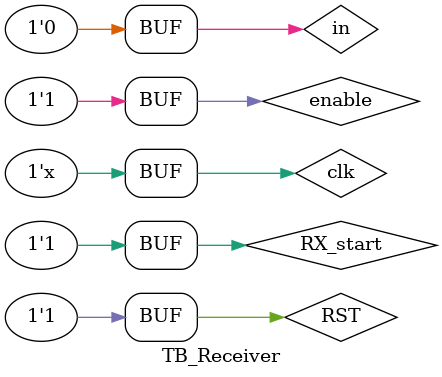
<source format=v>
`include "UART_Receiver.v"

module TB_Receiver();
  reg clk, RX_start, in, RST, enable;
  wire RX_done, RX_busy, error;
  wire [7:0]out;
  
  UART_Receiver Receiver(.clk(clk), .RX_start(RX_start), .in(in), .out(out), .RX_busy(RX_busy), .error(error), .RX_done(RX_done), .enable(enable), .RST(RST));
  
  always #1 clk = ~clk;
  
  initial begin
    clk <= 0; RX_start <= 1; in <= 0; RST <= 1; enable <= 1;
    #3 in = 0;  
    #2 RX_start = 1;
    #32 in = 1;
    #32 in = 1;
    #32 in = 1;
    #32 in = 1; 
    #32 in = 1;
    #32 in = 0;
    #32 in = 1;
    #32 in = 1;
    #32 in = 1;   // Parity bit (no parity error)
    #32 in = 0;   //stop bit
  end
endmodule
</source>
